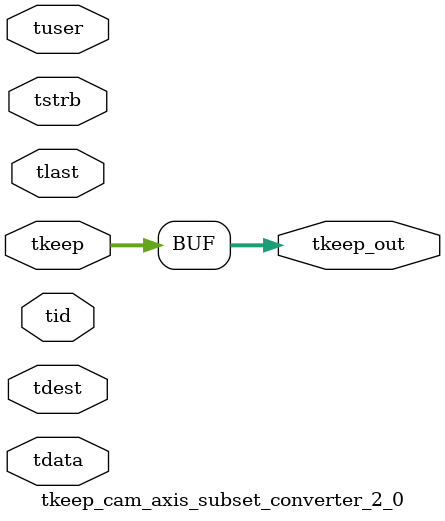
<source format=v>


`timescale 1ps/1ps

module tkeep_cam_axis_subset_converter_2_0 #
(
parameter C_S_AXIS_TDATA_WIDTH = 32,
parameter C_S_AXIS_TUSER_WIDTH = 0,
parameter C_S_AXIS_TID_WIDTH   = 0,
parameter C_S_AXIS_TDEST_WIDTH = 0,
parameter C_M_AXIS_TDATA_WIDTH = 32
)
(
input  [(C_S_AXIS_TDATA_WIDTH == 0 ? 1 : C_S_AXIS_TDATA_WIDTH)-1:0     ] tdata,
input  [(C_S_AXIS_TUSER_WIDTH == 0 ? 1 : C_S_AXIS_TUSER_WIDTH)-1:0     ] tuser,
input  [(C_S_AXIS_TID_WIDTH   == 0 ? 1 : C_S_AXIS_TID_WIDTH)-1:0       ] tid,
input  [(C_S_AXIS_TDEST_WIDTH == 0 ? 1 : C_S_AXIS_TDEST_WIDTH)-1:0     ] tdest,
input  [(C_S_AXIS_TDATA_WIDTH/8)-1:0 ] tkeep,
input  [(C_S_AXIS_TDATA_WIDTH/8)-1:0 ] tstrb,
input                                                                    tlast,
output [(C_M_AXIS_TDATA_WIDTH/8)-1:0 ] tkeep_out
);

assign tkeep_out = {4'b1111,tkeep[3:0]};

endmodule


</source>
